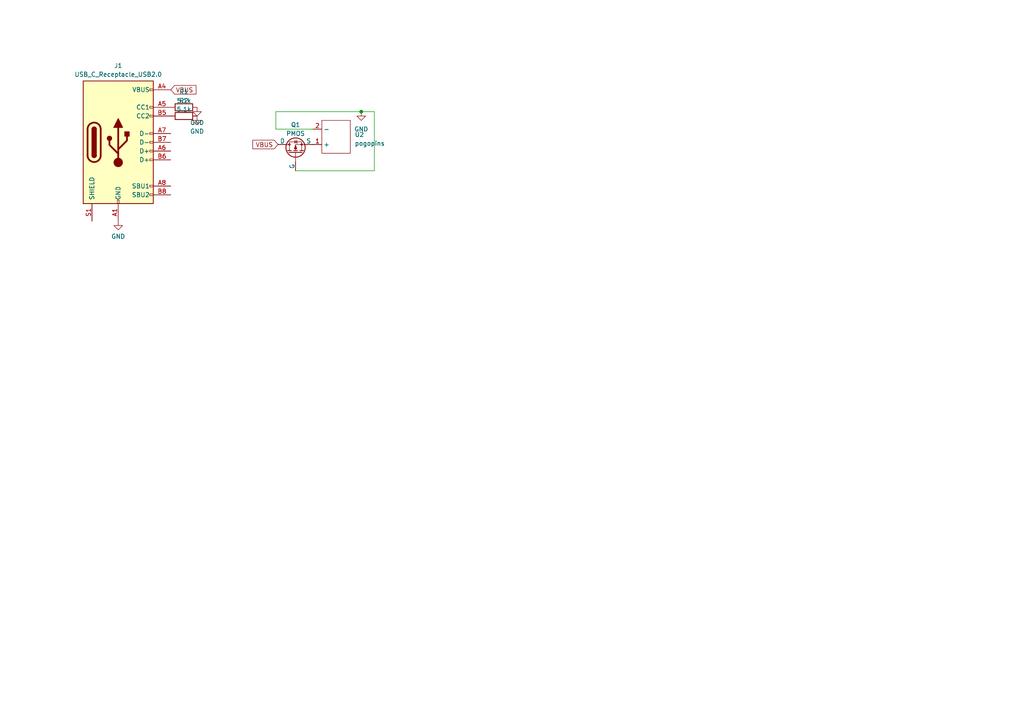
<source format=kicad_sch>
(kicad_sch (version 20230121) (generator eeschema)

  (uuid 1d90b46f-b9e2-4f43-8a62-906482300069)

  (paper "A4")

  (lib_symbols
    (symbol "Connector:USB_C_Receptacle_USB2.0" (pin_names (offset 1.016)) (in_bom yes) (on_board yes)
      (property "Reference" "J" (at -10.16 19.05 0)
        (effects (font (size 1.27 1.27)) (justify left))
      )
      (property "Value" "USB_C_Receptacle_USB2.0" (at 19.05 19.05 0)
        (effects (font (size 1.27 1.27)) (justify right))
      )
      (property "Footprint" "" (at 3.81 0 0)
        (effects (font (size 1.27 1.27)) hide)
      )
      (property "Datasheet" "https://www.usb.org/sites/default/files/documents/usb_type-c.zip" (at 3.81 0 0)
        (effects (font (size 1.27 1.27)) hide)
      )
      (property "ki_keywords" "usb universal serial bus type-C USB2.0" (at 0 0 0)
        (effects (font (size 1.27 1.27)) hide)
      )
      (property "ki_description" "USB 2.0-only Type-C Receptacle connector" (at 0 0 0)
        (effects (font (size 1.27 1.27)) hide)
      )
      (property "ki_fp_filters" "USB*C*Receptacle*" (at 0 0 0)
        (effects (font (size 1.27 1.27)) hide)
      )
      (symbol "USB_C_Receptacle_USB2.0_0_0"
        (rectangle (start -0.254 -17.78) (end 0.254 -16.764)
          (stroke (width 0) (type default))
          (fill (type none))
        )
        (rectangle (start 10.16 -14.986) (end 9.144 -15.494)
          (stroke (width 0) (type default))
          (fill (type none))
        )
        (rectangle (start 10.16 -12.446) (end 9.144 -12.954)
          (stroke (width 0) (type default))
          (fill (type none))
        )
        (rectangle (start 10.16 -4.826) (end 9.144 -5.334)
          (stroke (width 0) (type default))
          (fill (type none))
        )
        (rectangle (start 10.16 -2.286) (end 9.144 -2.794)
          (stroke (width 0) (type default))
          (fill (type none))
        )
        (rectangle (start 10.16 0.254) (end 9.144 -0.254)
          (stroke (width 0) (type default))
          (fill (type none))
        )
        (rectangle (start 10.16 2.794) (end 9.144 2.286)
          (stroke (width 0) (type default))
          (fill (type none))
        )
        (rectangle (start 10.16 7.874) (end 9.144 7.366)
          (stroke (width 0) (type default))
          (fill (type none))
        )
        (rectangle (start 10.16 10.414) (end 9.144 9.906)
          (stroke (width 0) (type default))
          (fill (type none))
        )
        (rectangle (start 10.16 15.494) (end 9.144 14.986)
          (stroke (width 0) (type default))
          (fill (type none))
        )
      )
      (symbol "USB_C_Receptacle_USB2.0_0_1"
        (rectangle (start -10.16 17.78) (end 10.16 -17.78)
          (stroke (width 0.254) (type default))
          (fill (type background))
        )
        (arc (start -8.89 -3.81) (mid -6.985 -5.7067) (end -5.08 -3.81)
          (stroke (width 0.508) (type default))
          (fill (type none))
        )
        (arc (start -7.62 -3.81) (mid -6.985 -4.4423) (end -6.35 -3.81)
          (stroke (width 0.254) (type default))
          (fill (type none))
        )
        (arc (start -7.62 -3.81) (mid -6.985 -4.4423) (end -6.35 -3.81)
          (stroke (width 0.254) (type default))
          (fill (type outline))
        )
        (rectangle (start -7.62 -3.81) (end -6.35 3.81)
          (stroke (width 0.254) (type default))
          (fill (type outline))
        )
        (arc (start -6.35 3.81) (mid -6.985 4.4423) (end -7.62 3.81)
          (stroke (width 0.254) (type default))
          (fill (type none))
        )
        (arc (start -6.35 3.81) (mid -6.985 4.4423) (end -7.62 3.81)
          (stroke (width 0.254) (type default))
          (fill (type outline))
        )
        (arc (start -5.08 3.81) (mid -6.985 5.7067) (end -8.89 3.81)
          (stroke (width 0.508) (type default))
          (fill (type none))
        )
        (circle (center -2.54 1.143) (radius 0.635)
          (stroke (width 0.254) (type default))
          (fill (type outline))
        )
        (circle (center 0 -5.842) (radius 1.27)
          (stroke (width 0) (type default))
          (fill (type outline))
        )
        (polyline
          (pts
            (xy -8.89 -3.81)
            (xy -8.89 3.81)
          )
          (stroke (width 0.508) (type default))
          (fill (type none))
        )
        (polyline
          (pts
            (xy -5.08 3.81)
            (xy -5.08 -3.81)
          )
          (stroke (width 0.508) (type default))
          (fill (type none))
        )
        (polyline
          (pts
            (xy 0 -5.842)
            (xy 0 4.318)
          )
          (stroke (width 0.508) (type default))
          (fill (type none))
        )
        (polyline
          (pts
            (xy 0 -3.302)
            (xy -2.54 -0.762)
            (xy -2.54 0.508)
          )
          (stroke (width 0.508) (type default))
          (fill (type none))
        )
        (polyline
          (pts
            (xy 0 -2.032)
            (xy 2.54 0.508)
            (xy 2.54 1.778)
          )
          (stroke (width 0.508) (type default))
          (fill (type none))
        )
        (polyline
          (pts
            (xy -1.27 4.318)
            (xy 0 6.858)
            (xy 1.27 4.318)
            (xy -1.27 4.318)
          )
          (stroke (width 0.254) (type default))
          (fill (type outline))
        )
        (rectangle (start 1.905 1.778) (end 3.175 3.048)
          (stroke (width 0.254) (type default))
          (fill (type outline))
        )
      )
      (symbol "USB_C_Receptacle_USB2.0_1_1"
        (pin passive line (at 0 -22.86 90) (length 5.08)
          (name "GND" (effects (font (size 1.27 1.27))))
          (number "A1" (effects (font (size 1.27 1.27))))
        )
        (pin passive line (at 0 -22.86 90) (length 5.08) hide
          (name "GND" (effects (font (size 1.27 1.27))))
          (number "A12" (effects (font (size 1.27 1.27))))
        )
        (pin passive line (at 15.24 15.24 180) (length 5.08)
          (name "VBUS" (effects (font (size 1.27 1.27))))
          (number "A4" (effects (font (size 1.27 1.27))))
        )
        (pin bidirectional line (at 15.24 10.16 180) (length 5.08)
          (name "CC1" (effects (font (size 1.27 1.27))))
          (number "A5" (effects (font (size 1.27 1.27))))
        )
        (pin bidirectional line (at 15.24 -2.54 180) (length 5.08)
          (name "D+" (effects (font (size 1.27 1.27))))
          (number "A6" (effects (font (size 1.27 1.27))))
        )
        (pin bidirectional line (at 15.24 2.54 180) (length 5.08)
          (name "D-" (effects (font (size 1.27 1.27))))
          (number "A7" (effects (font (size 1.27 1.27))))
        )
        (pin bidirectional line (at 15.24 -12.7 180) (length 5.08)
          (name "SBU1" (effects (font (size 1.27 1.27))))
          (number "A8" (effects (font (size 1.27 1.27))))
        )
        (pin passive line (at 15.24 15.24 180) (length 5.08) hide
          (name "VBUS" (effects (font (size 1.27 1.27))))
          (number "A9" (effects (font (size 1.27 1.27))))
        )
        (pin passive line (at 0 -22.86 90) (length 5.08) hide
          (name "GND" (effects (font (size 1.27 1.27))))
          (number "B1" (effects (font (size 1.27 1.27))))
        )
        (pin passive line (at 0 -22.86 90) (length 5.08) hide
          (name "GND" (effects (font (size 1.27 1.27))))
          (number "B12" (effects (font (size 1.27 1.27))))
        )
        (pin passive line (at 15.24 15.24 180) (length 5.08) hide
          (name "VBUS" (effects (font (size 1.27 1.27))))
          (number "B4" (effects (font (size 1.27 1.27))))
        )
        (pin bidirectional line (at 15.24 7.62 180) (length 5.08)
          (name "CC2" (effects (font (size 1.27 1.27))))
          (number "B5" (effects (font (size 1.27 1.27))))
        )
        (pin bidirectional line (at 15.24 -5.08 180) (length 5.08)
          (name "D+" (effects (font (size 1.27 1.27))))
          (number "B6" (effects (font (size 1.27 1.27))))
        )
        (pin bidirectional line (at 15.24 0 180) (length 5.08)
          (name "D-" (effects (font (size 1.27 1.27))))
          (number "B7" (effects (font (size 1.27 1.27))))
        )
        (pin bidirectional line (at 15.24 -15.24 180) (length 5.08)
          (name "SBU2" (effects (font (size 1.27 1.27))))
          (number "B8" (effects (font (size 1.27 1.27))))
        )
        (pin passive line (at 15.24 15.24 180) (length 5.08) hide
          (name "VBUS" (effects (font (size 1.27 1.27))))
          (number "B9" (effects (font (size 1.27 1.27))))
        )
        (pin passive line (at -7.62 -22.86 90) (length 5.08)
          (name "SHIELD" (effects (font (size 1.27 1.27))))
          (number "S1" (effects (font (size 1.27 1.27))))
        )
      )
    )
    (symbol "Device:R" (pin_numbers hide) (pin_names (offset 0)) (in_bom yes) (on_board yes)
      (property "Reference" "R" (at 2.032 0 90)
        (effects (font (size 1.27 1.27)))
      )
      (property "Value" "R" (at 0 0 90)
        (effects (font (size 1.27 1.27)))
      )
      (property "Footprint" "" (at -1.778 0 90)
        (effects (font (size 1.27 1.27)) hide)
      )
      (property "Datasheet" "~" (at 0 0 0)
        (effects (font (size 1.27 1.27)) hide)
      )
      (property "ki_keywords" "R res resistor" (at 0 0 0)
        (effects (font (size 1.27 1.27)) hide)
      )
      (property "ki_description" "Resistor" (at 0 0 0)
        (effects (font (size 1.27 1.27)) hide)
      )
      (property "ki_fp_filters" "R_*" (at 0 0 0)
        (effects (font (size 1.27 1.27)) hide)
      )
      (symbol "R_0_1"
        (rectangle (start -1.016 -2.54) (end 1.016 2.54)
          (stroke (width 0.254) (type default))
          (fill (type none))
        )
      )
      (symbol "R_1_1"
        (pin passive line (at 0 3.81 270) (length 1.27)
          (name "~" (effects (font (size 1.27 1.27))))
          (number "1" (effects (font (size 1.27 1.27))))
        )
        (pin passive line (at 0 -3.81 90) (length 1.27)
          (name "~" (effects (font (size 1.27 1.27))))
          (number "2" (effects (font (size 1.27 1.27))))
        )
      )
    )
    (symbol "Simulation_SPICE:PMOS" (pin_numbers hide) (pin_names (offset 0)) (in_bom yes) (on_board yes)
      (property "Reference" "Q" (at 5.08 1.27 0)
        (effects (font (size 1.27 1.27)) (justify left))
      )
      (property "Value" "PMOS" (at 5.08 -1.27 0)
        (effects (font (size 1.27 1.27)) (justify left))
      )
      (property "Footprint" "" (at 5.08 2.54 0)
        (effects (font (size 1.27 1.27)) hide)
      )
      (property "Datasheet" "https://ngspice.sourceforge.io/docs/ngspice-manual.pdf" (at 0 -12.7 0)
        (effects (font (size 1.27 1.27)) hide)
      )
      (property "Sim.Device" "PMOS" (at 0 -17.145 0)
        (effects (font (size 1.27 1.27)) hide)
      )
      (property "Sim.Type" "VDMOS" (at 0 -19.05 0)
        (effects (font (size 1.27 1.27)) hide)
      )
      (property "Sim.Pins" "1=D 2=G 3=S" (at 0 -15.24 0)
        (effects (font (size 1.27 1.27)) hide)
      )
      (property "ki_keywords" "transistor PMOS P-MOS P-MOSFET simulation" (at 0 0 0)
        (effects (font (size 1.27 1.27)) hide)
      )
      (property "ki_description" "P-MOSFET transistor, drain/source/gate" (at 0 0 0)
        (effects (font (size 1.27 1.27)) hide)
      )
      (symbol "PMOS_0_1"
        (polyline
          (pts
            (xy 0.254 0)
            (xy -2.54 0)
          )
          (stroke (width 0) (type default))
          (fill (type none))
        )
        (polyline
          (pts
            (xy 0.254 1.905)
            (xy 0.254 -1.905)
          )
          (stroke (width 0.254) (type default))
          (fill (type none))
        )
        (polyline
          (pts
            (xy 0.762 -1.27)
            (xy 0.762 -2.286)
          )
          (stroke (width 0.254) (type default))
          (fill (type none))
        )
        (polyline
          (pts
            (xy 0.762 0.508)
            (xy 0.762 -0.508)
          )
          (stroke (width 0.254) (type default))
          (fill (type none))
        )
        (polyline
          (pts
            (xy 0.762 2.286)
            (xy 0.762 1.27)
          )
          (stroke (width 0.254) (type default))
          (fill (type none))
        )
        (polyline
          (pts
            (xy 2.54 2.54)
            (xy 2.54 1.778)
          )
          (stroke (width 0) (type default))
          (fill (type none))
        )
        (polyline
          (pts
            (xy 2.54 -2.54)
            (xy 2.54 0)
            (xy 0.762 0)
          )
          (stroke (width 0) (type default))
          (fill (type none))
        )
        (polyline
          (pts
            (xy 0.762 1.778)
            (xy 3.302 1.778)
            (xy 3.302 -1.778)
            (xy 0.762 -1.778)
          )
          (stroke (width 0) (type default))
          (fill (type none))
        )
        (polyline
          (pts
            (xy 2.286 0)
            (xy 1.27 0.381)
            (xy 1.27 -0.381)
            (xy 2.286 0)
          )
          (stroke (width 0) (type default))
          (fill (type outline))
        )
        (polyline
          (pts
            (xy 2.794 -0.508)
            (xy 2.921 -0.381)
            (xy 3.683 -0.381)
            (xy 3.81 -0.254)
          )
          (stroke (width 0) (type default))
          (fill (type none))
        )
        (polyline
          (pts
            (xy 3.302 -0.381)
            (xy 2.921 0.254)
            (xy 3.683 0.254)
            (xy 3.302 -0.381)
          )
          (stroke (width 0) (type default))
          (fill (type none))
        )
        (circle (center 1.651 0) (radius 2.794)
          (stroke (width 0.254) (type default))
          (fill (type none))
        )
        (circle (center 2.54 -1.778) (radius 0.254)
          (stroke (width 0) (type default))
          (fill (type outline))
        )
        (circle (center 2.54 1.778) (radius 0.254)
          (stroke (width 0) (type default))
          (fill (type outline))
        )
      )
      (symbol "PMOS_1_1"
        (pin passive line (at 2.54 5.08 270) (length 2.54)
          (name "D" (effects (font (size 1.27 1.27))))
          (number "1" (effects (font (size 1.27 1.27))))
        )
        (pin input line (at -5.08 0 0) (length 2.54)
          (name "G" (effects (font (size 1.27 1.27))))
          (number "2" (effects (font (size 1.27 1.27))))
        )
        (pin passive line (at 2.54 -5.08 90) (length 2.54)
          (name "S" (effects (font (size 1.27 1.27))))
          (number "3" (effects (font (size 1.27 1.27))))
        )
      )
    )
    (symbol "library:pogo_pins" (in_bom yes) (on_board yes)
      (property "Reference" "U" (at 0 0 0)
        (effects (font (size 1.27 1.27)))
      )
      (property "Value" "" (at 0 0 0)
        (effects (font (size 1.27 1.27)))
      )
      (property "Footprint" "" (at 0 0 0)
        (effects (font (size 1.27 1.27)) hide)
      )
      (property "Datasheet" "" (at 0 0 0)
        (effects (font (size 1.27 1.27)) hide)
      )
      (symbol "pogo_pins_0_1"
        (rectangle (start -6.35 -3.175) (end 1.905 -12.7)
          (stroke (width 0) (type default))
          (fill (type none))
        )
      )
      (symbol "pogo_pins_1_1"
        (pin input line (at 4.445 -5.715 180) (length 2.54)
          (name "+" (effects (font (size 1.27 1.27))))
          (number "1" (effects (font (size 1.27 1.27))))
        )
        (pin input line (at 4.445 -10.16 180) (length 2.54)
          (name "-" (effects (font (size 1.27 1.27))))
          (number "2" (effects (font (size 1.27 1.27))))
        )
      )
    )
    (symbol "power:GND" (power) (pin_names (offset 0)) (in_bom yes) (on_board yes)
      (property "Reference" "#PWR" (at 0 -6.35 0)
        (effects (font (size 1.27 1.27)) hide)
      )
      (property "Value" "GND" (at 0 -3.81 0)
        (effects (font (size 1.27 1.27)))
      )
      (property "Footprint" "" (at 0 0 0)
        (effects (font (size 1.27 1.27)) hide)
      )
      (property "Datasheet" "" (at 0 0 0)
        (effects (font (size 1.27 1.27)) hide)
      )
      (property "ki_keywords" "global power" (at 0 0 0)
        (effects (font (size 1.27 1.27)) hide)
      )
      (property "ki_description" "Power symbol creates a global label with name \"GND\" , ground" (at 0 0 0)
        (effects (font (size 1.27 1.27)) hide)
      )
      (symbol "GND_0_1"
        (polyline
          (pts
            (xy 0 0)
            (xy 0 -1.27)
            (xy 1.27 -1.27)
            (xy 0 -2.54)
            (xy -1.27 -1.27)
            (xy 0 -1.27)
          )
          (stroke (width 0) (type default))
          (fill (type none))
        )
      )
      (symbol "GND_1_1"
        (pin power_in line (at 0 0 270) (length 0) hide
          (name "GND" (effects (font (size 1.27 1.27))))
          (number "1" (effects (font (size 1.27 1.27))))
        )
      )
    )
  )

  (junction (at 104.775 32.385) (diameter 0) (color 0 0 0 0)
    (uuid bab620e6-9201-4052-8048-12898718c751)
  )

  (wire (pts (xy 104.775 32.385) (xy 80.01 32.385))
    (stroke (width 0) (type default))
    (uuid 37fa3132-09aa-430b-8f22-a7792bfd1f68)
  )
  (wire (pts (xy 108.585 49.53) (xy 108.585 32.385))
    (stroke (width 0) (type default))
    (uuid 4eaf3b2a-a7b1-4b2c-b25a-1131871e7abe)
  )
  (wire (pts (xy 80.01 32.385) (xy 80.01 37.465))
    (stroke (width 0) (type default))
    (uuid 539d7d38-5fc3-4b99-b1be-03e657f78d63)
  )
  (wire (pts (xy 108.585 32.385) (xy 104.775 32.385))
    (stroke (width 0) (type default))
    (uuid 75a979d9-8368-4946-865e-d82f906078a8)
  )
  (wire (pts (xy 80.01 37.465) (xy 90.805 37.465))
    (stroke (width 0) (type default))
    (uuid caec620b-24d0-4d46-b4fb-3ecb2503eb3b)
  )
  (wire (pts (xy 85.725 49.53) (xy 108.585 49.53))
    (stroke (width 0) (type default))
    (uuid f208908f-01f6-49c0-b9b1-440d91742dae)
  )

  (global_label "VBUS" (shape input) (at 80.645 41.91 180) (fields_autoplaced)
    (effects (font (size 1.27 1.27)) (justify right))
    (uuid 89ab8eea-80e4-48ee-8db9-8286a654b0d5)
    (property "Intersheetrefs" "${INTERSHEET_REFS}" (at 72.8406 41.91 0)
      (effects (font (size 1.27 1.27)) (justify right) hide)
    )
  )
  (global_label "VBUS" (shape input) (at 49.53 26.035 0) (fields_autoplaced)
    (effects (font (size 1.27 1.27)) (justify left))
    (uuid cf4c9f17-6b87-4d05-97bc-a215ae4a64e8)
    (property "Intersheetrefs" "${INTERSHEET_REFS}" (at 57.3344 26.035 0)
      (effects (font (size 1.27 1.27)) (justify left) hide)
    )
  )

  (symbol (lib_id "Simulation_SPICE:PMOS") (at 85.725 44.45 90) (unit 1)
    (in_bom yes) (on_board yes) (dnp no) (fields_autoplaced)
    (uuid 195ab40e-79da-4dbc-b6a4-c4189823023a)
    (property "Reference" "Q1" (at 85.725 36.195 90)
      (effects (font (size 1.27 1.27)))
    )
    (property "Value" "PMOS" (at 85.725 38.735 90)
      (effects (font (size 1.27 1.27)))
    )
    (property "Footprint" "Package_TO_SOT_SMD:SOT-23" (at 83.185 39.37 0)
      (effects (font (size 1.27 1.27)) hide)
    )
    (property "Datasheet" "https://ngspice.sourceforge.io/docs/ngspice-manual.pdf" (at 98.425 44.45 0)
      (effects (font (size 1.27 1.27)) hide)
    )
    (property "Sim.Device" "PMOS" (at 102.87 44.45 0)
      (effects (font (size 1.27 1.27)) hide)
    )
    (property "Sim.Type" "VDMOS" (at 104.775 44.45 0)
      (effects (font (size 1.27 1.27)) hide)
    )
    (property "Sim.Pins" "1=D 2=G 3=S" (at 100.965 44.45 0)
      (effects (font (size 1.27 1.27)) hide)
    )
    (pin "1" (uuid e57052ae-4ce2-4553-b289-45c885ccf164))
    (pin "2" (uuid c292369f-79e7-4c2f-8980-abedc1869153))
    (pin "3" (uuid fb8b082a-f884-435c-bec2-0c55dc5a7e94))
    (instances
      (project "simple charger"
        (path "/1d90b46f-b9e2-4f43-8a62-906482300069"
          (reference "Q1") (unit 1)
        )
      )
    )
  )

  (symbol (lib_id "Connector:USB_C_Receptacle_USB2.0") (at 34.29 41.275 0) (unit 1)
    (in_bom yes) (on_board yes) (dnp no) (fields_autoplaced)
    (uuid 5a0dda9a-743e-4cec-b5ae-9e6553c7f3ba)
    (property "Reference" "J1" (at 34.29 19.05 0)
      (effects (font (size 1.27 1.27)))
    )
    (property "Value" "USB_C_Receptacle_USB2.0" (at 34.29 21.59 0)
      (effects (font (size 1.27 1.27)))
    )
    (property "Footprint" "Librarys:USB_C_Receptacle_XKB_U262-16XN-4BVC11" (at 38.1 41.275 0)
      (effects (font (size 1.27 1.27)) hide)
    )
    (property "Datasheet" "https://www.usb.org/sites/default/files/documents/usb_type-c.zip" (at 38.1 41.275 0)
      (effects (font (size 1.27 1.27)) hide)
    )
    (pin "A1" (uuid 712503ac-cfb5-458c-b736-3f9ce1d2fc01))
    (pin "A12" (uuid 0b91caf6-8ce3-4fc3-b353-b97c4e358e20))
    (pin "A4" (uuid 19348b12-3226-4f22-a915-cdbd88db115b))
    (pin "A5" (uuid 9bfe8817-b1e9-4787-8953-da733aa253f9))
    (pin "A6" (uuid 2ad6c9cc-cfab-4188-97a5-477756bb2dd7))
    (pin "A7" (uuid c0dd99cf-51e4-4b22-86ef-b04de1ce73b3))
    (pin "A8" (uuid 788f7c38-dad0-4b3c-a792-6d17bba629a2))
    (pin "A9" (uuid 1e6be291-1631-4b91-82b9-bbb625f3880b))
    (pin "B1" (uuid d38e6f47-751d-496e-a1f6-48d4dfdef558))
    (pin "B12" (uuid 12bd1198-fd29-4629-863a-5f3dc62f8abf))
    (pin "B4" (uuid 98ec36e2-168f-41a0-8323-9dbf2c53ca81))
    (pin "B5" (uuid a8482d63-9830-46a1-aa17-6e196e993652))
    (pin "B6" (uuid 9b5dcdd1-4b62-4a7a-a6ad-13f9777bbf40))
    (pin "B7" (uuid a41e8824-10cb-4cbd-b5ee-e1cf3a60b727))
    (pin "B8" (uuid 41b86f9b-6e08-4841-9198-56a6e6d5cd70))
    (pin "B9" (uuid 542ac1e0-af13-4a64-9ba6-46b380cc0105))
    (pin "S1" (uuid 1be89f15-b991-48d7-adad-09d42c27d2f7))
    (instances
      (project "simple charger"
        (path "/1d90b46f-b9e2-4f43-8a62-906482300069"
          (reference "J1") (unit 1)
        )
      )
    )
  )

  (symbol (lib_id "Device:R") (at 53.34 31.115 90) (unit 1)
    (in_bom yes) (on_board yes) (dnp no) (fields_autoplaced)
    (uuid 5f519ec0-21b1-4d18-9a86-e5fc613b57f3)
    (property "Reference" "R1" (at 53.34 26.67 90)
      (effects (font (size 1.27 1.27)))
    )
    (property "Value" "5.1k" (at 53.34 29.21 90)
      (effects (font (size 1.27 1.27)))
    )
    (property "Footprint" "Resistor_SMD:R_0402_1005Metric_Pad0.72x0.64mm_HandSolder" (at 53.34 32.893 90)
      (effects (font (size 1.27 1.27)) hide)
    )
    (property "Datasheet" "~" (at 53.34 31.115 0)
      (effects (font (size 1.27 1.27)) hide)
    )
    (pin "1" (uuid c1804b58-994a-473e-a603-0f8180068c67))
    (pin "2" (uuid ce5cfdb0-0c75-45e9-903f-e668e680f843))
    (instances
      (project "simple charger"
        (path "/1d90b46f-b9e2-4f43-8a62-906482300069"
          (reference "R1") (unit 1)
        )
      )
    )
  )

  (symbol (lib_id "power:GND") (at 34.29 64.135 0) (unit 1)
    (in_bom yes) (on_board yes) (dnp no) (fields_autoplaced)
    (uuid 612a861f-67a4-45f8-aae4-2c1f7ce75b77)
    (property "Reference" "#PWR03" (at 34.29 70.485 0)
      (effects (font (size 1.27 1.27)) hide)
    )
    (property "Value" "GND" (at 34.29 68.58 0)
      (effects (font (size 1.27 1.27)))
    )
    (property "Footprint" "" (at 34.29 64.135 0)
      (effects (font (size 1.27 1.27)) hide)
    )
    (property "Datasheet" "" (at 34.29 64.135 0)
      (effects (font (size 1.27 1.27)) hide)
    )
    (pin "1" (uuid 86998912-cf07-4f6f-9c49-80eddecdd9aa))
    (instances
      (project "simple charger"
        (path "/1d90b46f-b9e2-4f43-8a62-906482300069"
          (reference "#PWR03") (unit 1)
        )
      )
    )
  )

  (symbol (lib_id "power:GND") (at 57.15 33.655 0) (unit 1)
    (in_bom yes) (on_board yes) (dnp no) (fields_autoplaced)
    (uuid 7602a147-4e53-49e7-9f5f-149650031419)
    (property "Reference" "#PWR02" (at 57.15 40.005 0)
      (effects (font (size 1.27 1.27)) hide)
    )
    (property "Value" "GND" (at 57.15 38.1 0)
      (effects (font (size 1.27 1.27)))
    )
    (property "Footprint" "" (at 57.15 33.655 0)
      (effects (font (size 1.27 1.27)) hide)
    )
    (property "Datasheet" "" (at 57.15 33.655 0)
      (effects (font (size 1.27 1.27)) hide)
    )
    (pin "1" (uuid b40c5f10-2345-45ca-9344-21afeb5c924c))
    (instances
      (project "simple charger"
        (path "/1d90b46f-b9e2-4f43-8a62-906482300069"
          (reference "#PWR02") (unit 1)
        )
      )
    )
  )

  (symbol (lib_id "Device:R") (at 53.34 33.655 90) (unit 1)
    (in_bom yes) (on_board yes) (dnp no) (fields_autoplaced)
    (uuid 78a8b68e-0ac9-4d74-be34-2100e593b9df)
    (property "Reference" "R2" (at 53.34 29.21 90)
      (effects (font (size 1.27 1.27)))
    )
    (property "Value" "5.1k" (at 53.34 31.75 90)
      (effects (font (size 1.27 1.27)))
    )
    (property "Footprint" "Resistor_SMD:R_0402_1005Metric_Pad0.72x0.64mm_HandSolder" (at 53.34 35.433 90)
      (effects (font (size 1.27 1.27)) hide)
    )
    (property "Datasheet" "~" (at 53.34 33.655 0)
      (effects (font (size 1.27 1.27)) hide)
    )
    (pin "1" (uuid 14295dd5-3673-4c36-b4ab-97b5f8d845ec))
    (pin "2" (uuid 3bfc2ba5-09cc-4755-aa20-74c1769cfcd4))
    (instances
      (project "simple charger"
        (path "/1d90b46f-b9e2-4f43-8a62-906482300069"
          (reference "R2") (unit 1)
        )
      )
    )
  )

  (symbol (lib_id "power:GND") (at 104.775 32.385 0) (unit 1)
    (in_bom yes) (on_board yes) (dnp no) (fields_autoplaced)
    (uuid 9948c1aa-98a5-4337-8f94-d1174d8b20b4)
    (property "Reference" "#PWR08" (at 104.775 38.735 0)
      (effects (font (size 1.27 1.27)) hide)
    )
    (property "Value" "GND" (at 104.775 37.465 0)
      (effects (font (size 1.27 1.27)))
    )
    (property "Footprint" "" (at 104.775 32.385 0)
      (effects (font (size 1.27 1.27)) hide)
    )
    (property "Datasheet" "" (at 104.775 32.385 0)
      (effects (font (size 1.27 1.27)) hide)
    )
    (pin "1" (uuid b4989da5-5161-4528-a782-321f9173689e))
    (instances
      (project "simple charger"
        (path "/1d90b46f-b9e2-4f43-8a62-906482300069"
          (reference "#PWR08") (unit 1)
        )
      )
    )
  )

  (symbol (lib_id "library:pogo_pins") (at 95.25 47.625 180) (unit 1)
    (in_bom yes) (on_board yes) (dnp no) (fields_autoplaced)
    (uuid d95d2675-45ed-4fd6-bbeb-017bfe3e429f)
    (property "Reference" "U2" (at 102.87 39.0525 0)
      (effects (font (size 1.27 1.27)) (justify right))
    )
    (property "Value" "pogopins" (at 102.87 41.5925 0)
      (effects (font (size 1.27 1.27)) (justify right))
    )
    (property "Footprint" "Librarys:pogopin" (at 95.25 47.625 0)
      (effects (font (size 1.27 1.27)) hide)
    )
    (property "Datasheet" "" (at 95.25 47.625 0)
      (effects (font (size 1.27 1.27)) hide)
    )
    (pin "1" (uuid f7cbbce0-ca78-4d1a-9263-625aec5e243a))
    (pin "2" (uuid eb8c41ab-3c4c-498b-9641-5a28c3f761e1))
    (instances
      (project "simple charger"
        (path "/1d90b46f-b9e2-4f43-8a62-906482300069"
          (reference "U2") (unit 1)
        )
      )
    )
  )

  (symbol (lib_id "power:GND") (at 57.15 31.115 0) (unit 1)
    (in_bom yes) (on_board yes) (dnp no) (fields_autoplaced)
    (uuid ef4b00b1-3544-4569-825b-8fe81f65b280)
    (property "Reference" "#PWR01" (at 57.15 37.465 0)
      (effects (font (size 1.27 1.27)) hide)
    )
    (property "Value" "GND" (at 57.15 35.56 0)
      (effects (font (size 1.27 1.27)))
    )
    (property "Footprint" "" (at 57.15 31.115 0)
      (effects (font (size 1.27 1.27)) hide)
    )
    (property "Datasheet" "" (at 57.15 31.115 0)
      (effects (font (size 1.27 1.27)) hide)
    )
    (pin "1" (uuid e29c54ca-89bb-4315-b62c-e9cc9cd2c33c))
    (instances
      (project "simple charger"
        (path "/1d90b46f-b9e2-4f43-8a62-906482300069"
          (reference "#PWR01") (unit 1)
        )
      )
    )
  )

  (sheet_instances
    (path "/" (page "1"))
  )
)

</source>
